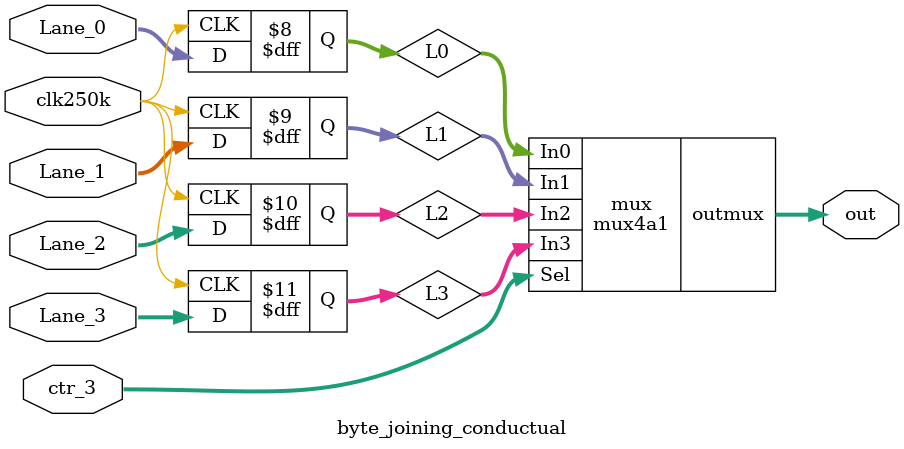
<source format=v>
module mux4a1 (
  input [7:0] In0, In1, In2, In3,
  input [1:0] Sel,
  output reg [7:0] outmux
  );
  always @ ( Sel ) begin
    case (Sel)
      2'b00: outmux = In0;
      2'b01: outmux = In1;
      2'b10: outmux = In2;
      2'b11: outmux = In3;
    endcase
  end

endmodule //mux4a1

module byte_joining_conductual (
  input [7:0] Lane_0, //Entrada para la Linea 0 que viene de la etapa de serie a paralelo
  input [7:0] Lane_1, //Entrada para la Linea 1 que viene de la etapa de serie a paralelo
  input [7:0] Lane_2, //Entrada para la Linea 1 que viene de la etapa de serie a paralelo
  input [7:0] Lane_3, //Entrada para la Linea 1 que viene de la etapa de serie a paralelo
  input [1:0] ctr_3, // Bus de selecion para el multiplexor que distribuye los datos de cada linea a la salida
  input clk250k, //Señal de reloj de los flops que guardan el dato que viene de la etapa de serie paralelo
  output [7:0] out
  );

  reg [7:0] L0; //registro que contiene el dato mas reciente de la linea 0 de la etapa serie a paralelo.
  reg [7:0] L1; //registro que contiene el dato mas reciente de la linea 1 de la etapa serie a paralelo.
  reg [7:0] L2; //registro que contiene el dato mas reciente de la linea 2 de la etapa serie a paralelo.
  reg [7:0] L3; //registro que contiene el dato mas reciente de la linea 3 de la etapa serie a paralelo.


  always @ (posedge clk250k) begin
    L0 <= Lane_0;
    L1 <= Lane_1;
    L2 <= Lane_2;
    L3 <= Lane_3;
  end

  mux4a1 mux( .In0 (L0),  // se intancia el mux 4 a 1 que distribuye los datos de los canales
              .In1 (L1),
              .In2 (L2),
              .In3 (L3),
              .outmux (out),
              .Sel (ctr_3)
    );




endmodule //byte_joining

</source>
